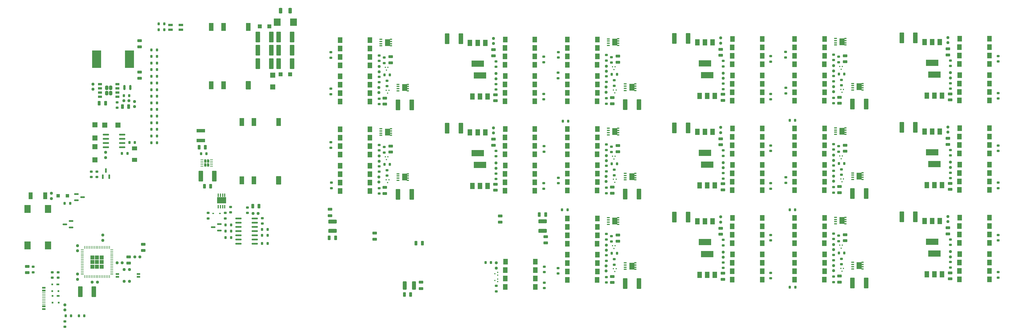
<source format=gtp>
G04 #@! TF.GenerationSoftware,KiCad,Pcbnew,6.0.5*
G04 #@! TF.CreationDate,2022-06-11T02:34:19+02:00*
G04 #@! TF.ProjectId,ELController,454c436f-6e74-4726-9f6c-6c65722e6b69,rev?*
G04 #@! TF.SameCoordinates,Original*
G04 #@! TF.FileFunction,Paste,Top*
G04 #@! TF.FilePolarity,Positive*
%FSLAX46Y46*%
G04 Gerber Fmt 4.6, Leading zero omitted, Abs format (unit mm)*
G04 Created by KiCad (PCBNEW 6.0.5) date 2022-06-11 02:34:19*
%MOMM*%
%LPD*%
G01*
G04 APERTURE LIST*
G04 Aperture macros list*
%AMRoundRect*
0 Rectangle with rounded corners*
0 $1 Rounding radius*
0 $2 $3 $4 $5 $6 $7 $8 $9 X,Y pos of 4 corners*
0 Add a 4 corners polygon primitive as box body*
4,1,4,$2,$3,$4,$5,$6,$7,$8,$9,$2,$3,0*
0 Add four circle primitives for the rounded corners*
1,1,$1+$1,$2,$3*
1,1,$1+$1,$4,$5*
1,1,$1+$1,$6,$7*
1,1,$1+$1,$8,$9*
0 Add four rect primitives between the rounded corners*
20,1,$1+$1,$2,$3,$4,$5,0*
20,1,$1+$1,$4,$5,$6,$7,0*
20,1,$1+$1,$6,$7,$8,$9,0*
20,1,$1+$1,$8,$9,$2,$3,0*%
G04 Aperture macros list end*
%ADD10RoundRect,0.150000X-0.275000X0.200000X-0.275000X-0.200000X0.275000X-0.200000X0.275000X0.200000X0*%
%ADD11R,2.100000X2.200000*%
%ADD12RoundRect,0.200000X-0.450000X0.262500X-0.450000X-0.262500X0.450000X-0.262500X0.450000X0.262500X0*%
%ADD13RoundRect,0.150000X0.275000X-0.200000X0.275000X0.200000X-0.275000X0.200000X-0.275000X-0.200000X0*%
%ADD14RoundRect,0.199999X-0.450001X-1.450001X0.450001X-1.450001X0.450001X1.450001X-0.450001X1.450001X0*%
%ADD15RoundRect,0.150000X0.200000X0.275000X-0.200000X0.275000X-0.200000X-0.275000X0.200000X-0.275000X0*%
%ADD16RoundRect,0.200000X-0.475000X0.250000X-0.475000X-0.250000X0.475000X-0.250000X0.475000X0.250000X0*%
%ADD17RoundRect,0.150000X-0.200000X-0.275000X0.200000X-0.275000X0.200000X0.275000X-0.200000X0.275000X0*%
%ADD18R,1.420000X1.680000*%
%ADD19R,0.300000X0.450000*%
%ADD20R,0.400000X0.450000*%
%ADD21R,1.100000X1.100000*%
%ADD22R,1.200000X1.300000*%
%ADD23RoundRect,0.175000X-0.250000X0.225000X-0.250000X-0.225000X0.250000X-0.225000X0.250000X0.225000X0*%
%ADD24R,1.500000X1.500000*%
%ADD25RoundRect,0.175000X0.250000X-0.225000X0.250000X0.225000X-0.250000X0.225000X-0.250000X-0.225000X0*%
%ADD26R,0.890000X0.305000*%
%ADD27R,1.625000X2.135000*%
%ADD28R,0.660000X0.305000*%
%ADD29RoundRect,0.250000X0.381543X0.381543X-0.381543X0.381543X-0.381543X-0.381543X0.381543X-0.381543X0*%
%ADD30RoundRect,0.000000X0.387500X0.050000X-0.387500X0.050000X-0.387500X-0.050000X0.387500X-0.050000X0*%
%ADD31RoundRect,0.000000X0.050000X0.387500X-0.050000X0.387500X-0.050000X-0.387500X0.050000X-0.387500X0*%
%ADD32RoundRect,0.200000X0.450000X-0.262500X0.450000X0.262500X-0.450000X0.262500X-0.450000X-0.262500X0*%
%ADD33RoundRect,0.200000X0.475000X-0.250000X0.475000X0.250000X-0.475000X0.250000X-0.475000X-0.250000X0*%
%ADD34RoundRect,0.199999X0.450001X1.450001X-0.450001X1.450001X-0.450001X-1.450001X0.450001X-1.450001X0*%
%ADD35R,1.400000X1.900000*%
%ADD36R,3.700000X1.900000*%
%ADD37R,2.800000X5.300000*%
%ADD38RoundRect,0.168750X-0.218750X-0.256250X0.218750X-0.256250X0.218750X0.256250X-0.218750X0.256250X0*%
%ADD39RoundRect,0.200000X0.250000X0.475000X-0.250000X0.475000X-0.250000X-0.475000X0.250000X-0.475000X0*%
%ADD40R,1.450000X2.440000*%
%ADD41RoundRect,0.027500X-0.697500X1.192500X-0.697500X-1.192500X0.697500X-1.192500X0.697500X1.192500X0*%
%ADD42RoundRect,0.200000X-0.250000X-0.475000X0.250000X-0.475000X0.250000X0.475000X-0.250000X0.475000X0*%
%ADD43RoundRect,0.200000X-0.375000X-1.075000X0.375000X-1.075000X0.375000X1.075000X-0.375000X1.075000X0*%
%ADD44RoundRect,0.172500X0.172500X0.332500X-0.172500X0.332500X-0.172500X-0.332500X0.172500X-0.332500X0*%
%ADD45RoundRect,0.012500X0.350000X0.062500X-0.350000X0.062500X-0.350000X-0.062500X0.350000X-0.062500X0*%
%ADD46RoundRect,0.242500X-0.242500X-0.402500X0.242500X-0.402500X0.242500X0.402500X-0.242500X0.402500X0*%
%ADD47R,1.250000X0.650000*%
%ADD48RoundRect,0.100000X-0.587500X-0.150000X0.587500X-0.150000X0.587500X0.150000X-0.587500X0.150000X0*%
%ADD49RoundRect,0.200000X1.075000X-0.375000X1.075000X0.375000X-1.075000X0.375000X-1.075000X-0.375000X0*%
%ADD50R,0.500000X0.350000*%
%ADD51R,0.400000X1.000000*%
%ADD52R,2.750000X1.900000*%
%ADD53R,1.100000X0.500000*%
%ADD54R,1.600000X1.200000*%
%ADD55R,0.900000X0.600000*%
%ADD56R,0.500000X0.600000*%
%ADD57RoundRect,0.175000X-0.225000X-0.250000X0.225000X-0.250000X0.225000X0.250000X-0.225000X0.250000X0*%
%ADD58RoundRect,0.175000X0.225000X0.250000X-0.225000X0.250000X-0.225000X-0.250000X0.225000X-0.250000X0*%
%ADD59R,1.600000X1.600000*%
%ADD60RoundRect,0.100000X-0.825000X-0.150000X0.825000X-0.150000X0.825000X0.150000X-0.825000X0.150000X0*%
%ADD61RoundRect,0.200000X1.100000X-0.325000X1.100000X0.325000X-1.100000X0.325000X-1.100000X-0.325000X0*%
%ADD62R,0.450000X0.300000*%
%ADD63R,0.450000X0.400000*%
%ADD64R,1.900000X2.400000*%
%ADD65RoundRect,0.168750X-0.256250X0.218750X-0.256250X-0.218750X0.256250X-0.218750X0.256250X0.218750X0*%
%ADD66R,1.300000X2.000000*%
%ADD67RoundRect,0.125000X-0.175000X-0.625000X0.175000X-0.625000X0.175000X0.625000X-0.175000X0.625000X0*%
%ADD68RoundRect,0.100000X0.587500X0.150000X-0.587500X0.150000X-0.587500X-0.150000X0.587500X-0.150000X0*%
%ADD69RoundRect,0.200000X0.312500X0.625000X-0.312500X0.625000X-0.312500X-0.625000X0.312500X-0.625000X0*%
%ADD70RoundRect,0.100000X0.840000X0.150000X-0.840000X0.150000X-0.840000X-0.150000X0.840000X-0.150000X0*%
%ADD71RoundRect,0.100000X0.150000X-0.587500X0.150000X0.587500X-0.150000X0.587500X-0.150000X-0.587500X0*%
%ADD72R,1.000000X0.500000*%
%ADD73R,1.000000X0.200000*%
%ADD74R,1.400000X0.800000*%
%ADD75RoundRect,0.200000X-1.075000X0.375000X-1.075000X-0.375000X1.075000X-0.375000X1.075000X0.375000X0*%
G04 APERTURE END LIST*
D10*
X84600000Y-82930000D03*
X84600000Y-84580000D03*
D11*
X89100000Y-23750000D03*
X94000000Y-23750000D03*
D12*
X154880000Y-45660000D03*
X154880000Y-47485000D03*
D13*
X21250000Y-100905489D03*
X21250000Y-99255489D03*
D14*
X208814275Y-28630000D03*
X212914275Y-28630000D03*
D10*
X237800000Y-88000000D03*
X237800000Y-89650000D03*
D15*
X52819760Y-50114991D03*
X51169760Y-50114991D03*
D16*
X44300000Y-94600000D03*
X44300000Y-96500000D03*
D17*
X51169760Y-38089511D03*
X52819760Y-38089511D03*
D10*
X173800000Y-32800000D03*
X173800000Y-34450000D03*
D14*
X277324520Y-55500000D03*
X281424520Y-55500000D03*
D10*
X292000000Y-42175000D03*
X292000000Y-43825000D03*
D18*
X235244755Y-47490000D03*
X235244755Y-44950000D03*
X235244755Y-42410000D03*
X235244755Y-39870000D03*
X226294755Y-39870000D03*
X226234755Y-42410000D03*
X226234755Y-44950000D03*
X226234755Y-47490000D03*
D15*
X55025000Y-26050000D03*
X53375000Y-26050000D03*
D19*
X259450000Y-64100000D03*
X258650000Y-64100000D03*
D20*
X259050000Y-64950000D03*
D18*
X303755000Y-47360000D03*
X303755000Y-44820000D03*
X303755000Y-42280000D03*
X303755000Y-39740000D03*
X294805000Y-39740000D03*
X294745000Y-42280000D03*
X294745000Y-44820000D03*
X294745000Y-47360000D03*
D21*
X23000000Y-76155489D03*
X25800000Y-76155489D03*
D13*
X223489755Y-64105000D03*
X223489755Y-62455000D03*
D22*
X86700000Y-25000000D03*
X83800000Y-25000000D03*
D23*
X256800000Y-90900000D03*
X256800000Y-92450000D03*
D13*
X155095000Y-105015000D03*
X155095000Y-103365000D03*
D14*
X262500000Y-102500000D03*
X266600000Y-102500000D03*
D13*
X105400000Y-73850000D03*
X105400000Y-72200000D03*
D15*
X123030000Y-39660000D03*
X121380000Y-39660000D03*
D24*
X34095000Y-58745000D03*
X34095000Y-54765000D03*
D25*
X292000000Y-40575000D03*
X292000000Y-39025000D03*
D19*
X191240000Y-98205000D03*
X190440000Y-98205000D03*
D20*
X190840000Y-99055000D03*
D18*
X245045000Y-82870000D03*
X245045000Y-85410000D03*
X245045000Y-87950000D03*
X245045000Y-90490000D03*
X253995000Y-90490000D03*
X254055000Y-87950000D03*
X254055000Y-85410000D03*
X254055000Y-82870000D03*
D25*
X223490000Y-94705000D03*
X223490000Y-93155000D03*
D15*
X52819760Y-52114991D03*
X51169760Y-52114991D03*
D26*
X125487500Y-69520000D03*
X125487500Y-70180000D03*
X125487500Y-70840000D03*
X125487500Y-71500000D03*
D27*
X127480000Y-70510000D03*
D28*
X128472500Y-70177500D03*
X128472500Y-71502500D03*
X128472500Y-70842500D03*
X128472500Y-69517500D03*
D26*
X257365000Y-28660000D03*
X257365000Y-29320000D03*
X257365000Y-29980000D03*
X257365000Y-30640000D03*
D27*
X259357500Y-29650000D03*
D28*
X260350000Y-30642500D03*
X260350000Y-29982500D03*
X260350000Y-29317500D03*
X260350000Y-28657500D03*
D18*
X176534755Y-29000000D03*
X176534755Y-31540000D03*
X176534755Y-34080000D03*
X176534755Y-36620000D03*
X185484755Y-36620000D03*
X185544755Y-34080000D03*
X185544755Y-31540000D03*
X185544755Y-29000000D03*
D23*
X188289755Y-64030000D03*
X188289755Y-65580000D03*
D18*
X235244755Y-74490000D03*
X235244755Y-71950000D03*
X235244755Y-69410000D03*
X235244755Y-66870000D03*
X226294755Y-66870000D03*
X226234755Y-69410000D03*
X226234755Y-71950000D03*
X226234755Y-74490000D03*
D29*
X34750000Y-94750000D03*
X36150000Y-96150000D03*
X33350000Y-96150000D03*
X34750000Y-96150000D03*
X36150000Y-97550000D03*
X36150000Y-94750000D03*
X33350000Y-94750000D03*
X34750000Y-97550000D03*
X33350000Y-97550000D03*
D30*
X39162500Y-99900000D03*
X39162500Y-99400000D03*
X39162500Y-98900000D03*
X39162500Y-98400000D03*
X39162500Y-97900000D03*
X39162500Y-97400000D03*
X39162500Y-96900000D03*
X39162500Y-96400000D03*
X39162500Y-95900000D03*
X39162500Y-95400000D03*
X39162500Y-94900000D03*
X39162500Y-94400000D03*
X39162500Y-93900000D03*
X39162500Y-93400000D03*
X39162500Y-92900000D03*
X39162500Y-92400000D03*
D31*
X38500000Y-91737500D03*
X38000000Y-91737500D03*
X37500000Y-91737500D03*
X37000000Y-91737500D03*
X36500000Y-91737500D03*
X36000000Y-91737500D03*
X35500000Y-91737500D03*
X35000000Y-91737500D03*
X34500000Y-91737500D03*
X34000000Y-91737500D03*
X33500000Y-91737500D03*
X33000000Y-91737500D03*
X32500000Y-91737500D03*
X32000000Y-91737500D03*
X31500000Y-91737500D03*
X31000000Y-91737500D03*
D30*
X30337500Y-92400000D03*
X30337500Y-92900000D03*
X30337500Y-93400000D03*
X30337500Y-93900000D03*
X30337500Y-94400000D03*
X30337500Y-94900000D03*
X30337500Y-95400000D03*
X30337500Y-95900000D03*
X30337500Y-96400000D03*
X30337500Y-96900000D03*
X30337500Y-97400000D03*
X30337500Y-97900000D03*
X30337500Y-98400000D03*
X30337500Y-98900000D03*
X30337500Y-99400000D03*
X30337500Y-99900000D03*
D31*
X31000000Y-100562500D03*
X31500000Y-100562500D03*
X32000000Y-100562500D03*
X32500000Y-100562500D03*
X33000000Y-100562500D03*
X33500000Y-100562500D03*
X34000000Y-100562500D03*
X34500000Y-100562500D03*
X35000000Y-100562500D03*
X35500000Y-100562500D03*
X36000000Y-100562500D03*
X36500000Y-100562500D03*
X37000000Y-100562500D03*
X37500000Y-100562500D03*
X38000000Y-100562500D03*
X38500000Y-100562500D03*
D32*
X291250000Y-87650000D03*
X291250000Y-85825000D03*
D10*
X292000000Y-96175000D03*
X292000000Y-97825000D03*
D25*
X291250000Y-83950000D03*
X291250000Y-82400000D03*
D15*
X245200000Y-53400000D03*
X243550000Y-53400000D03*
D13*
X15500000Y-99230489D03*
X15500000Y-97580489D03*
D10*
X256800000Y-94000000D03*
X256800000Y-95650000D03*
D15*
X67750000Y-63500000D03*
X66100000Y-63500000D03*
D18*
X176535000Y-93970000D03*
X176535000Y-96510000D03*
X176535000Y-99050000D03*
X176535000Y-101590000D03*
X185485000Y-101590000D03*
X185545000Y-99050000D03*
X185545000Y-96510000D03*
X185545000Y-93970000D03*
X235245000Y-101490000D03*
X235245000Y-98950000D03*
X235245000Y-96410000D03*
X235245000Y-93870000D03*
X226295000Y-93870000D03*
X226235000Y-96410000D03*
X226235000Y-98950000D03*
X226235000Y-101490000D03*
D23*
X256750000Y-97200000D03*
X256750000Y-98750000D03*
D13*
X75025000Y-81155000D03*
X75025000Y-79505000D03*
D33*
X105000000Y-82150000D03*
X105000000Y-80250000D03*
D23*
X188240000Y-97330000D03*
X188240000Y-98880000D03*
D10*
X119780000Y-67260000D03*
X119780000Y-68910000D03*
D14*
X277324520Y-28500000D03*
X281424520Y-28500000D03*
D34*
X33800000Y-105100000D03*
X29700000Y-105100000D03*
D35*
X147880000Y-46160000D03*
D36*
X150180000Y-39860000D03*
D35*
X150180000Y-46160000D03*
X152480000Y-46160000D03*
D34*
X87300000Y-32250000D03*
X83200000Y-32250000D03*
D37*
X34650000Y-34950000D03*
X44550000Y-34950000D03*
D26*
X193997255Y-69390000D03*
X193997255Y-70050000D03*
X193997255Y-70710000D03*
X193997255Y-71370000D03*
D28*
X196982255Y-71372500D03*
X196982255Y-70712500D03*
X196982255Y-69387500D03*
X196982255Y-70047500D03*
D27*
X195989755Y-70380000D03*
D38*
X46100000Y-94600000D03*
X47675000Y-94600000D03*
D25*
X222740000Y-84080000D03*
X222740000Y-82530000D03*
D10*
X223489755Y-42305000D03*
X223489755Y-43955000D03*
D26*
X120345000Y-55920000D03*
X120345000Y-56580000D03*
X120345000Y-57240000D03*
X120345000Y-57900000D03*
D28*
X123330000Y-56577500D03*
X123330000Y-57902500D03*
D27*
X122337500Y-56910000D03*
D28*
X123330000Y-55917500D03*
X123330000Y-57242500D03*
D15*
X52819760Y-32114991D03*
X51169760Y-32114991D03*
D10*
X105250000Y-43850000D03*
X105250000Y-45500000D03*
D18*
X245045000Y-93840000D03*
X245045000Y-96380000D03*
X245045000Y-98920000D03*
X245045000Y-101460000D03*
X253995000Y-101460000D03*
X254055000Y-98920000D03*
X254055000Y-96380000D03*
X254055000Y-93840000D03*
D16*
X156300000Y-82250000D03*
X156300000Y-84150000D03*
D15*
X245250000Y-103800000D03*
X243600000Y-103800000D03*
D35*
X216389755Y-46030000D03*
X218689755Y-46030000D03*
D36*
X218689755Y-39730000D03*
D35*
X220989755Y-46030000D03*
D39*
X83600000Y-79330000D03*
X81700000Y-79330000D03*
D15*
X52819760Y-60114991D03*
X51169760Y-60114991D03*
D39*
X106670000Y-88840000D03*
X104770000Y-88840000D03*
D35*
X147880000Y-73160000D03*
X150180000Y-73160000D03*
D36*
X150180000Y-66860000D03*
D35*
X152480000Y-73160000D03*
D10*
X237800000Y-45400000D03*
X237800000Y-47050000D03*
X237800000Y-99400000D03*
X237800000Y-101050000D03*
D19*
X122730000Y-71335000D03*
X121930000Y-71335000D03*
D20*
X122330000Y-72185000D03*
D40*
X89500000Y-53850000D03*
X82080000Y-53850000D03*
X78370000Y-53850000D03*
X78370000Y-71500000D03*
X82080000Y-71500000D03*
D41*
X89500000Y-71500000D03*
D13*
X119780000Y-62460000D03*
X119780000Y-60810000D03*
D35*
X284900000Y-45900000D03*
D36*
X287200000Y-39600000D03*
D35*
X287200000Y-45900000D03*
X289500000Y-45900000D03*
D13*
X154980000Y-37235000D03*
X154980000Y-35585000D03*
D17*
X51169760Y-48114991D03*
X52819760Y-48114991D03*
D13*
X256800000Y-48225000D03*
X256800000Y-46575000D03*
D32*
X123280000Y-62985000D03*
X123280000Y-61160000D03*
D10*
X169400000Y-34175000D03*
X169400000Y-35825000D03*
D15*
X176800000Y-53600000D03*
X175150000Y-53600000D03*
D42*
X67100000Y-73250000D03*
X69000000Y-73250000D03*
D43*
X127475000Y-103225000D03*
X130275000Y-103225000D03*
D15*
X52819760Y-44114991D03*
X51169760Y-44114991D03*
D10*
X40800000Y-47950000D03*
X40800000Y-49600000D03*
D18*
X303755000Y-101360000D03*
X303755000Y-98820000D03*
X303755000Y-96280000D03*
X303755000Y-93740000D03*
X294805000Y-93740000D03*
X294745000Y-96280000D03*
X294745000Y-98820000D03*
X294745000Y-101360000D03*
X176535000Y-83000000D03*
X176535000Y-85540000D03*
X176535000Y-88080000D03*
X176535000Y-90620000D03*
X185485000Y-90620000D03*
X185545000Y-88080000D03*
X185545000Y-85540000D03*
X185545000Y-83000000D03*
D15*
X191539755Y-66530000D03*
X189889755Y-66530000D03*
X191539755Y-39530000D03*
X189889755Y-39530000D03*
D10*
X242300000Y-32750000D03*
X242300000Y-34400000D03*
D44*
X67400000Y-65625000D03*
X67400000Y-66875000D03*
X68250000Y-65625000D03*
X68250000Y-66875000D03*
D45*
X69287500Y-67250000D03*
X69287500Y-66750000D03*
X69287500Y-66250000D03*
X69287500Y-65750000D03*
X69287500Y-65250000D03*
X66362500Y-65250000D03*
X66362500Y-65750000D03*
X66362500Y-66250000D03*
X66362500Y-66750000D03*
X66362500Y-67250000D03*
D40*
X80315000Y-25175000D03*
X72895000Y-25175000D03*
X69185000Y-25175000D03*
X69185000Y-42825000D03*
X72895000Y-42825000D03*
D41*
X80315000Y-42825000D03*
D23*
X188290000Y-91030000D03*
X188290000Y-92580000D03*
D46*
X38900000Y-43600000D03*
X37700000Y-45200000D03*
X38900000Y-45200000D03*
X37700000Y-43600000D03*
D47*
X35675000Y-42495000D03*
X35675000Y-43765000D03*
X35675000Y-45035000D03*
X35675000Y-46305000D03*
X40925000Y-46305000D03*
X40925000Y-45035000D03*
X40925000Y-43765000D03*
X40925000Y-42495000D03*
D12*
X291900000Y-99400000D03*
X291900000Y-101225000D03*
X190040000Y-100530000D03*
X190040000Y-102355000D03*
D13*
X119780000Y-48485000D03*
X119780000Y-46835000D03*
D10*
X306400000Y-45150000D03*
X306400000Y-46800000D03*
D48*
X28500000Y-75655489D03*
X28500000Y-77555489D03*
X30375000Y-76605489D03*
D18*
X235245000Y-90490000D03*
X235245000Y-87950000D03*
X235245000Y-85410000D03*
X235245000Y-82870000D03*
X226295000Y-82870000D03*
X226235000Y-85410000D03*
X226235000Y-87950000D03*
X226235000Y-90490000D03*
D49*
X169050000Y-86700000D03*
X169050000Y-83900000D03*
D12*
X223390000Y-99530000D03*
X223390000Y-101355000D03*
D35*
X220290000Y-83867500D03*
X217990000Y-83867500D03*
D36*
X217990000Y-90167500D03*
D35*
X215690000Y-83867500D03*
D15*
X260050000Y-66400000D03*
X258400000Y-66400000D03*
D12*
X291900000Y-45400000D03*
X291900000Y-47225000D03*
D10*
X292000000Y-69175000D03*
X292000000Y-70825000D03*
D50*
X69725000Y-81475000D03*
X71825000Y-81475000D03*
D51*
X71300000Y-79425000D03*
X71950000Y-79425000D03*
X72600000Y-79425000D03*
X73250000Y-79425000D03*
X73250000Y-76025000D03*
X71300000Y-76025000D03*
X72600000Y-76025000D03*
X71950000Y-76025000D03*
D52*
X72275000Y-77500000D03*
D35*
X288800000Y-56737500D03*
D36*
X286500000Y-63037500D03*
D35*
X286500000Y-56737500D03*
X284200000Y-56737500D03*
D18*
X166735000Y-74620000D03*
X166735000Y-72080000D03*
X166735000Y-69540000D03*
X166735000Y-67000000D03*
X157785000Y-67000000D03*
X157725000Y-69540000D03*
X157725000Y-72080000D03*
X157725000Y-74620000D03*
D24*
X34095000Y-61355000D03*
X34095000Y-65335000D03*
D32*
X222740000Y-87780000D03*
X222740000Y-85955000D03*
X260300000Y-62725000D03*
X260300000Y-60900000D03*
X291250000Y-60650000D03*
X291250000Y-58825000D03*
D12*
X258550000Y-46400000D03*
X258550000Y-48225000D03*
D53*
X40900000Y-100650000D03*
X47200000Y-100650000D03*
X47200000Y-99750000D03*
X40900000Y-99750000D03*
D54*
X46095000Y-65345000D03*
X46095000Y-61845000D03*
D39*
X44300000Y-49200000D03*
X42400000Y-49200000D03*
D14*
X140304520Y-55760000D03*
X144404520Y-55760000D03*
D19*
X122430000Y-37360000D03*
X121630000Y-37360000D03*
D20*
X122030000Y-38210000D03*
D17*
X51169760Y-40089511D03*
X52819760Y-40089511D03*
D35*
X151780000Y-56997500D03*
X149480000Y-56997500D03*
D36*
X149480000Y-63297500D03*
D35*
X147180000Y-56997500D03*
D25*
X154230000Y-30210000D03*
X154230000Y-28660000D03*
D10*
X188290000Y-94130000D03*
X188290000Y-95780000D03*
D19*
X259450000Y-91100000D03*
X258650000Y-91100000D03*
D20*
X259050000Y-91950000D03*
D14*
X193989755Y-48630000D03*
X198089755Y-48630000D03*
D10*
X105250000Y-60000000D03*
X105250000Y-61650000D03*
D32*
X191789755Y-62855000D03*
X191789755Y-61030000D03*
D18*
X166850000Y-103690000D03*
X166850000Y-101150000D03*
X166850000Y-98610000D03*
X166850000Y-96070000D03*
X157900000Y-96070000D03*
X157840000Y-98610000D03*
X157840000Y-101150000D03*
X157840000Y-103690000D03*
D10*
X188289755Y-40130000D03*
X188289755Y-41780000D03*
X256800000Y-67000000D03*
X256800000Y-68650000D03*
X122130000Y-68435000D03*
X122130000Y-70085000D03*
D13*
X188290000Y-102355000D03*
X188290000Y-100705000D03*
D19*
X190939755Y-64230000D03*
X190139755Y-64230000D03*
D20*
X190539755Y-65080000D03*
D14*
X262500000Y-75500000D03*
X266600000Y-75500000D03*
D34*
X87300000Y-28250000D03*
X83200000Y-28250000D03*
D10*
X119780000Y-40260000D03*
X119780000Y-41910000D03*
D17*
X51169760Y-36114991D03*
X52819760Y-36114991D03*
D10*
X258350000Y-34200000D03*
X258350000Y-35850000D03*
D42*
X35400000Y-48200000D03*
X37300000Y-48200000D03*
D22*
X90050000Y-39500000D03*
X92950000Y-39500000D03*
D55*
X23000000Y-106405489D03*
D56*
X21300000Y-106405489D03*
X21300000Y-108405489D03*
X23200000Y-108405489D03*
D13*
X80100000Y-81330000D03*
X80100000Y-79680000D03*
D32*
X123280000Y-35985000D03*
X123280000Y-34160000D03*
D18*
X245045000Y-55870000D03*
X245045000Y-58410000D03*
X245045000Y-60950000D03*
X245045000Y-63490000D03*
X253995000Y-63490000D03*
X254055000Y-60950000D03*
X254055000Y-58410000D03*
X254055000Y-55870000D03*
D25*
X292000000Y-94575000D03*
X292000000Y-93025000D03*
D19*
X191239755Y-71205000D03*
X190439755Y-71205000D03*
D20*
X190839755Y-72055000D03*
D10*
X258350000Y-61200000D03*
X258350000Y-62850000D03*
D17*
X25275000Y-112400000D03*
X26925000Y-112400000D03*
D23*
X188239755Y-70330000D03*
X188239755Y-71880000D03*
D57*
X42950000Y-98400000D03*
X44500000Y-98400000D03*
D15*
X75175000Y-86830000D03*
X73525000Y-86830000D03*
D16*
X132375000Y-102275000D03*
X132375000Y-104175000D03*
D10*
X173750000Y-98000000D03*
X173750000Y-99650000D03*
D58*
X44350000Y-47450000D03*
X42800000Y-47450000D03*
D14*
X208814520Y-82630000D03*
X212914520Y-82630000D03*
D42*
X168100000Y-81800000D03*
X170000000Y-81800000D03*
D35*
X288800000Y-29737500D03*
X286500000Y-29737500D03*
D36*
X286500000Y-36037500D03*
D35*
X284200000Y-29737500D03*
D13*
X188289755Y-75355000D03*
X188289755Y-73705000D03*
D15*
X44450000Y-45950000D03*
X42800000Y-45950000D03*
D10*
X256800000Y-40000000D03*
X256800000Y-41650000D03*
X306400000Y-33975000D03*
X306400000Y-35625000D03*
D25*
X222739755Y-57080000D03*
X222739755Y-55530000D03*
D10*
X189839755Y-61330000D03*
X189839755Y-62980000D03*
D12*
X121530000Y-73660000D03*
X121530000Y-75485000D03*
D18*
X176534755Y-39970000D03*
X176534755Y-42510000D03*
X176534755Y-45050000D03*
X176534755Y-47590000D03*
X185484755Y-47590000D03*
X185544755Y-45050000D03*
X185544755Y-42510000D03*
X185544755Y-39970000D03*
D25*
X28850000Y-92750000D03*
X28850000Y-91200000D03*
D32*
X154230000Y-60910000D03*
X154230000Y-59085000D03*
D42*
X127400000Y-106000000D03*
X129300000Y-106000000D03*
D10*
X68275000Y-81325000D03*
X68275000Y-82975000D03*
D26*
X257365000Y-82660000D03*
X257365000Y-83320000D03*
X257365000Y-83980000D03*
X257365000Y-84640000D03*
D28*
X260350000Y-83982500D03*
X260350000Y-82657500D03*
X260350000Y-84642500D03*
D27*
X259357500Y-83650000D03*
D28*
X260350000Y-83317500D03*
D18*
X303755000Y-90360000D03*
X303755000Y-87820000D03*
X303755000Y-85280000D03*
X303755000Y-82740000D03*
X294805000Y-82740000D03*
X294745000Y-85280000D03*
X294745000Y-87820000D03*
X294745000Y-90360000D03*
D26*
X120345000Y-28920000D03*
X120345000Y-29580000D03*
X120345000Y-30240000D03*
X120345000Y-30900000D03*
D28*
X123330000Y-30902500D03*
D27*
X122337500Y-29910000D03*
D28*
X123330000Y-30242500D03*
X123330000Y-29577500D03*
X123330000Y-28917500D03*
D13*
X256800000Y-35200000D03*
X256800000Y-33550000D03*
D15*
X260050000Y-93400000D03*
X258400000Y-93400000D03*
D14*
X89450000Y-32250000D03*
X93550000Y-32250000D03*
D25*
X222739755Y-30080000D03*
X222739755Y-28530000D03*
D13*
X23000000Y-100905489D03*
X23000000Y-99255489D03*
D59*
X87750000Y-39710000D03*
X87750000Y-43290000D03*
D16*
X47550000Y-38800000D03*
X47550000Y-40700000D03*
D32*
X291250000Y-33650000D03*
X291250000Y-31825000D03*
D17*
X53375000Y-24300000D03*
X55025000Y-24300000D03*
D55*
X22950000Y-102905489D03*
D56*
X21250000Y-102905489D03*
X21250000Y-104905489D03*
X23150000Y-104905489D03*
D13*
X292000000Y-63975000D03*
X292000000Y-62325000D03*
D35*
X216389755Y-73030000D03*
X218689755Y-73030000D03*
D36*
X218689755Y-66730000D03*
D35*
X220989755Y-73030000D03*
D10*
X237800000Y-61000000D03*
X237800000Y-62650000D03*
X121330000Y-34460000D03*
X121330000Y-36110000D03*
X190640000Y-95305000D03*
X190640000Y-96955000D03*
D14*
X125480000Y-75760000D03*
X129580000Y-75760000D03*
D13*
X169600000Y-99200000D03*
X169600000Y-97550000D03*
D12*
X223389755Y-45530000D03*
X223389755Y-47355000D03*
D60*
X77375000Y-83020000D03*
X77375000Y-84290000D03*
X77375000Y-85560000D03*
X77375000Y-86830000D03*
X77375000Y-88100000D03*
X77375000Y-89370000D03*
X77375000Y-90640000D03*
X82325000Y-90640000D03*
X82325000Y-89370000D03*
X82325000Y-88100000D03*
X82325000Y-86830000D03*
X82325000Y-85560000D03*
X82325000Y-84290000D03*
X82325000Y-83020000D03*
D10*
X237800000Y-34000000D03*
X237800000Y-35650000D03*
D12*
X258550000Y-73400000D03*
X258550000Y-75225000D03*
D13*
X188289755Y-62330000D03*
X188289755Y-60680000D03*
X292000000Y-36975000D03*
X292000000Y-35325000D03*
D14*
X140304520Y-28760000D03*
X144404520Y-28760000D03*
D35*
X284900000Y-99900000D03*
D36*
X287200000Y-93600000D03*
D35*
X287200000Y-99900000D03*
X289500000Y-99900000D03*
D61*
X66000000Y-59500000D03*
X66000000Y-56550000D03*
D10*
X169400000Y-72375000D03*
X169400000Y-74025000D03*
D12*
X291900000Y-72400000D03*
X291900000Y-74225000D03*
D10*
X259150000Y-68175000D03*
X259150000Y-69825000D03*
D26*
X193997500Y-96390000D03*
X193997500Y-97050000D03*
X193997500Y-97710000D03*
X193997500Y-98370000D03*
D28*
X196982500Y-98372500D03*
X196982500Y-97047500D03*
D27*
X195990000Y-97380000D03*
D28*
X196982500Y-97712500D03*
X196982500Y-96387500D03*
D62*
X155520000Y-102090000D03*
X155520000Y-101290000D03*
D63*
X154670000Y-101690000D03*
D25*
X154980000Y-40835000D03*
X154980000Y-39285000D03*
D10*
X105250000Y-32850000D03*
X105250000Y-34500000D03*
D64*
X20000000Y-80155489D03*
X13800000Y-80155489D03*
X13800000Y-91155489D03*
X20000000Y-91155489D03*
D13*
X223489755Y-37105000D03*
X223489755Y-35455000D03*
D32*
X222739755Y-33780000D03*
X222739755Y-31955000D03*
X191789755Y-35855000D03*
X191789755Y-34030000D03*
D25*
X155095000Y-97965000D03*
X155095000Y-96415000D03*
D14*
X208814275Y-55630000D03*
X212914275Y-55630000D03*
D15*
X245200000Y-80400000D03*
X243550000Y-80400000D03*
D19*
X122730000Y-44335000D03*
X121930000Y-44335000D03*
D20*
X122330000Y-45185000D03*
D23*
X119730000Y-70460000D03*
X119730000Y-72010000D03*
D10*
X189840000Y-88330000D03*
X189840000Y-89980000D03*
D15*
X75175000Y-85005000D03*
X73525000Y-85005000D03*
D18*
X108025000Y-29130000D03*
X108025000Y-31670000D03*
X108025000Y-34210000D03*
X108025000Y-36750000D03*
X116975000Y-36750000D03*
X117035000Y-34210000D03*
X117035000Y-31670000D03*
X117035000Y-29130000D03*
D23*
X188239755Y-43330000D03*
X188239755Y-44880000D03*
D65*
X46050000Y-47700000D03*
X46050000Y-49275000D03*
D35*
X216390000Y-100030000D03*
X218690000Y-100030000D03*
D36*
X218690000Y-93730000D03*
D35*
X220990000Y-100030000D03*
D13*
X256800000Y-102225000D03*
X256800000Y-100575000D03*
X154980000Y-64235000D03*
X154980000Y-62585000D03*
D33*
X48700000Y-92700000D03*
X48700000Y-90800000D03*
D32*
X191790000Y-89855000D03*
X191790000Y-88030000D03*
D17*
X42270000Y-63345000D03*
X43920000Y-63345000D03*
D35*
X220289755Y-29867500D03*
D36*
X217989755Y-36167500D03*
D35*
X217989755Y-29867500D03*
X215689755Y-29867500D03*
D14*
X277324520Y-82500000D03*
X281424520Y-82500000D03*
D17*
X84525000Y-90580000D03*
X86175000Y-90580000D03*
D12*
X223389755Y-72530000D03*
X223389755Y-74355000D03*
D32*
X260300000Y-89725000D03*
X260300000Y-87900000D03*
D18*
X235244755Y-63490000D03*
X235244755Y-60950000D03*
X235244755Y-58410000D03*
X235244755Y-55870000D03*
X226294755Y-55870000D03*
X226234755Y-58410000D03*
X226234755Y-60950000D03*
X226234755Y-63490000D03*
D16*
X170000000Y-88500000D03*
X170000000Y-90400000D03*
D23*
X188289755Y-37030000D03*
X188289755Y-38580000D03*
D10*
X169480000Y-61200000D03*
X169480000Y-62850000D03*
X34750000Y-68850000D03*
X34750000Y-70500000D03*
D19*
X190939755Y-37230000D03*
X190139755Y-37230000D03*
D20*
X190539755Y-38080000D03*
D10*
X121330000Y-61460000D03*
X121330000Y-63110000D03*
D33*
X118470000Y-89290000D03*
X118470000Y-87390000D03*
D26*
X188854755Y-55790000D03*
X188854755Y-56450000D03*
X188854755Y-57110000D03*
X188854755Y-57770000D03*
D28*
X191839755Y-55787500D03*
D27*
X190847255Y-56780000D03*
D28*
X191839755Y-57112500D03*
X191839755Y-57772500D03*
X191839755Y-56447500D03*
D14*
X89450000Y-28250000D03*
X93550000Y-28250000D03*
D18*
X108025000Y-67100000D03*
X108025000Y-69640000D03*
X108025000Y-72180000D03*
X108025000Y-74720000D03*
X116975000Y-74720000D03*
X117035000Y-72180000D03*
X117035000Y-69640000D03*
X117035000Y-67100000D03*
D12*
X154880000Y-72660000D03*
X154880000Y-74485000D03*
D23*
X37345000Y-63070000D03*
X37345000Y-64620000D03*
D17*
X84525000Y-86330000D03*
X86175000Y-86330000D03*
D26*
X193997255Y-42390000D03*
X193997255Y-43050000D03*
X193997255Y-43710000D03*
X193997255Y-44370000D03*
D28*
X196982255Y-43047500D03*
D27*
X195989755Y-43380000D03*
D28*
X196982255Y-44372500D03*
X196982255Y-43712500D03*
X196982255Y-42387500D03*
D23*
X119780000Y-64160000D03*
X119780000Y-65710000D03*
D18*
X108025000Y-56130000D03*
X108025000Y-58670000D03*
X108025000Y-61210000D03*
X108025000Y-63750000D03*
X116975000Y-63750000D03*
X117035000Y-61210000D03*
X117035000Y-58670000D03*
X117035000Y-56130000D03*
D19*
X259750000Y-44075000D03*
X258950000Y-44075000D03*
D20*
X259350000Y-44925000D03*
D15*
X75175000Y-88755000D03*
X73525000Y-88755000D03*
D32*
X260300000Y-35725000D03*
X260300000Y-33900000D03*
D18*
X303755000Y-36360000D03*
X303755000Y-33820000D03*
X303755000Y-31280000D03*
X303755000Y-28740000D03*
X294805000Y-28740000D03*
X294745000Y-31280000D03*
X294745000Y-33820000D03*
X294745000Y-36360000D03*
D25*
X154230000Y-57210000D03*
X154230000Y-55660000D03*
D10*
X259150000Y-41175000D03*
X259150000Y-42825000D03*
D66*
X19150000Y-76155489D03*
X14750000Y-76155489D03*
D10*
X190639755Y-68305000D03*
X190639755Y-69955000D03*
D35*
X284900000Y-72900000D03*
X287200000Y-72900000D03*
D36*
X287200000Y-66600000D03*
D35*
X289500000Y-72900000D03*
X151780000Y-29997500D03*
D36*
X149480000Y-36297500D03*
D35*
X149480000Y-29997500D03*
X147180000Y-29997500D03*
D12*
X190039755Y-73530000D03*
X190039755Y-75355000D03*
D14*
X125480000Y-48760000D03*
X129580000Y-48760000D03*
D26*
X262507500Y-69260000D03*
X262507500Y-69920000D03*
X262507500Y-70580000D03*
X262507500Y-71240000D03*
D28*
X265492500Y-69917500D03*
D27*
X264500000Y-70250000D03*
D28*
X265492500Y-71242500D03*
X265492500Y-69257500D03*
X265492500Y-70582500D03*
D13*
X256800000Y-62200000D03*
X256800000Y-60550000D03*
D25*
X25100000Y-110650000D03*
X25100000Y-109100000D03*
D18*
X303755000Y-74360000D03*
X303755000Y-71820000D03*
X303755000Y-69280000D03*
X303755000Y-66740000D03*
X294805000Y-66740000D03*
X294745000Y-69280000D03*
X294745000Y-71820000D03*
X294745000Y-74360000D03*
X176534755Y-66970000D03*
X176534755Y-69510000D03*
X176534755Y-72050000D03*
X176534755Y-74590000D03*
X185484755Y-74590000D03*
X185544755Y-72050000D03*
X185544755Y-69510000D03*
X185544755Y-66970000D03*
X245045000Y-39840000D03*
X245045000Y-42380000D03*
X245045000Y-44920000D03*
X245045000Y-47460000D03*
X253995000Y-47460000D03*
X254055000Y-44920000D03*
X254055000Y-42380000D03*
X254055000Y-39840000D03*
D17*
X84525000Y-88080000D03*
X86175000Y-88080000D03*
D25*
X291250000Y-56950000D03*
X291250000Y-55400000D03*
D33*
X47550000Y-31200000D03*
X47550000Y-29300000D03*
D10*
X306400000Y-72200000D03*
X306400000Y-73850000D03*
D18*
X166735000Y-47620000D03*
X166735000Y-45080000D03*
X166735000Y-42540000D03*
X166735000Y-40000000D03*
X157785000Y-40000000D03*
X157725000Y-42540000D03*
X157725000Y-45080000D03*
X157725000Y-47620000D03*
D42*
X65500000Y-61500000D03*
X67400000Y-61500000D03*
D67*
X43000000Y-43450000D03*
X44800000Y-43450000D03*
D18*
X245045000Y-66840000D03*
X245045000Y-69380000D03*
X245045000Y-71920000D03*
X245045000Y-74460000D03*
X253995000Y-74460000D03*
X254055000Y-71920000D03*
X254055000Y-69380000D03*
X254055000Y-66840000D03*
D26*
X188854755Y-28790000D03*
X188854755Y-29450000D03*
X188854755Y-30110000D03*
X188854755Y-30770000D03*
D28*
X191839755Y-29447500D03*
D27*
X190847255Y-29780000D03*
D28*
X191839755Y-28787500D03*
X191839755Y-30772500D03*
X191839755Y-30112500D03*
D39*
X132825000Y-90475000D03*
X130925000Y-90475000D03*
D10*
X258350000Y-88200000D03*
X258350000Y-89850000D03*
X306400000Y-88000000D03*
X306400000Y-89650000D03*
D35*
X288800000Y-83737500D03*
X286500000Y-83737500D03*
D36*
X286500000Y-90037500D03*
D35*
X284200000Y-83737500D03*
D17*
X44520000Y-60095000D03*
X46170000Y-60095000D03*
X51169760Y-34114991D03*
X52819760Y-34114991D03*
D13*
X25100000Y-115725000D03*
X25100000Y-114075000D03*
D25*
X36500000Y-89600000D03*
X36500000Y-88050000D03*
D14*
X89450000Y-36250000D03*
X93550000Y-36250000D03*
D26*
X262507500Y-96260000D03*
X262507500Y-96920000D03*
X262507500Y-97580000D03*
X262507500Y-98240000D03*
D28*
X265492500Y-97582500D03*
D27*
X264500000Y-97250000D03*
D28*
X265492500Y-96917500D03*
X265492500Y-96257500D03*
X265492500Y-98242500D03*
D15*
X52819760Y-42114991D03*
X51169760Y-42114991D03*
D13*
X292000000Y-90975000D03*
X292000000Y-89325000D03*
D24*
X41095000Y-54845000D03*
X37115000Y-54845000D03*
D23*
X256800000Y-36900000D03*
X256800000Y-38450000D03*
D25*
X291250000Y-29950000D03*
X291250000Y-28400000D03*
D19*
X259450000Y-37100000D03*
X258650000Y-37100000D03*
D20*
X259050000Y-37950000D03*
D10*
X154980000Y-42435000D03*
X154980000Y-44085000D03*
D15*
X52819760Y-46114991D03*
X51169760Y-46114991D03*
D12*
X121530000Y-46660000D03*
X121530000Y-48485000D03*
D23*
X119780000Y-37160000D03*
X119780000Y-38710000D03*
D18*
X166735000Y-63620000D03*
X166735000Y-61080000D03*
X166735000Y-58540000D03*
X166735000Y-56000000D03*
X157785000Y-56000000D03*
X157725000Y-58540000D03*
X157725000Y-61080000D03*
X157725000Y-63620000D03*
D10*
X306400000Y-99200000D03*
X306400000Y-100850000D03*
D15*
X52819760Y-54114991D03*
X51169760Y-54114991D03*
D10*
X173750000Y-39000000D03*
X173750000Y-40650000D03*
D19*
X190940000Y-91230000D03*
X190140000Y-91230000D03*
D20*
X190540000Y-92080000D03*
D13*
X223490000Y-91105000D03*
X223490000Y-89455000D03*
D26*
X188855000Y-82790000D03*
X188855000Y-83450000D03*
X188855000Y-84110000D03*
X188855000Y-84770000D03*
D28*
X191840000Y-84772500D03*
D27*
X190847500Y-83780000D03*
D28*
X191840000Y-82787500D03*
X191840000Y-83447500D03*
X191840000Y-84112500D03*
D23*
X256750000Y-43200000D03*
X256750000Y-44750000D03*
D18*
X235244755Y-36490000D03*
X235244755Y-33950000D03*
X235244755Y-31410000D03*
X235244755Y-28870000D03*
X226294755Y-28870000D03*
X226234755Y-31410000D03*
X226234755Y-33950000D03*
X226234755Y-36490000D03*
D25*
X223489755Y-40705000D03*
X223489755Y-39155000D03*
D10*
X190639755Y-41305000D03*
X190639755Y-42955000D03*
D68*
X71600000Y-86625000D03*
X71600000Y-84725000D03*
X69725000Y-85675000D03*
D25*
X223489755Y-67705000D03*
X223489755Y-66155000D03*
D15*
X52819760Y-56114991D03*
X51169760Y-56114991D03*
D32*
X222739755Y-60780000D03*
X222739755Y-58955000D03*
D10*
X169600000Y-102375000D03*
X169600000Y-104025000D03*
X169400000Y-45400000D03*
X169400000Y-47050000D03*
D23*
X33550000Y-42425000D03*
X33550000Y-43975000D03*
D10*
X242400000Y-43600000D03*
X242400000Y-45250000D03*
D17*
X25000000Y-78405489D03*
X26650000Y-78405489D03*
D15*
X176600000Y-80400000D03*
X174950000Y-80400000D03*
D69*
X93000000Y-20250000D03*
X90075000Y-20250000D03*
D10*
X188289755Y-67130000D03*
X188289755Y-68780000D03*
D35*
X220289755Y-56867500D03*
X217989755Y-56867500D03*
D36*
X217989755Y-63167500D03*
D35*
X215689755Y-56867500D03*
D10*
X154980000Y-69435000D03*
X154980000Y-71085000D03*
X189839755Y-34330000D03*
X189839755Y-35980000D03*
X122130000Y-41435000D03*
X122130000Y-43085000D03*
D70*
X42310000Y-61500000D03*
X42310000Y-60230000D03*
X42310000Y-58960000D03*
X42310000Y-57690000D03*
X37380000Y-57690000D03*
X37380000Y-58960000D03*
X37380000Y-60230000D03*
X37380000Y-61500000D03*
D17*
X51169760Y-58114991D03*
X52819760Y-58114991D03*
D62*
X155520000Y-100090000D03*
X155520000Y-99290000D03*
D63*
X154670000Y-99690000D03*
D13*
X188289755Y-35330000D03*
X188289755Y-33680000D03*
X188290000Y-89330000D03*
X188290000Y-87680000D03*
X119780000Y-75485000D03*
X119780000Y-73835000D03*
X119780000Y-35460000D03*
X119780000Y-33810000D03*
D18*
X166735000Y-36620000D03*
X166735000Y-34080000D03*
X166735000Y-31540000D03*
X166735000Y-29000000D03*
X157785000Y-29000000D03*
X157725000Y-31540000D03*
X157725000Y-34080000D03*
X157725000Y-36620000D03*
D26*
X257365000Y-55660000D03*
X257365000Y-56320000D03*
X257365000Y-56980000D03*
X257365000Y-57640000D03*
D28*
X260350000Y-56982500D03*
X260350000Y-57642500D03*
D27*
X259357500Y-56650000D03*
D28*
X260350000Y-55657500D03*
X260350000Y-56317500D03*
D23*
X256800000Y-63900000D03*
X256800000Y-65450000D03*
X256750000Y-70200000D03*
X256750000Y-71750000D03*
D65*
X21000000Y-75405489D03*
X21000000Y-76980489D03*
D58*
X83350000Y-81475000D03*
X81800000Y-81475000D03*
D19*
X259750000Y-71075000D03*
X258950000Y-71075000D03*
D20*
X259350000Y-71925000D03*
D15*
X260050000Y-39400000D03*
X258400000Y-39400000D03*
D10*
X306400000Y-61000000D03*
X306400000Y-62650000D03*
D15*
X123030000Y-66660000D03*
X121380000Y-66660000D03*
D71*
X36500000Y-70375000D03*
X38400000Y-70375000D03*
X37450000Y-68500000D03*
D10*
X237800000Y-72350000D03*
X237800000Y-74000000D03*
D58*
X34850000Y-102200000D03*
X33300000Y-102200000D03*
D72*
X18750000Y-103955489D03*
X18750000Y-104755489D03*
D73*
X18750000Y-105905489D03*
X18750000Y-106905489D03*
X18750000Y-107405489D03*
X18750000Y-108405489D03*
D72*
X18750000Y-109555489D03*
X18750000Y-110355489D03*
X18750000Y-110355489D03*
X18750000Y-109555489D03*
D73*
X18750000Y-108905489D03*
X18750000Y-107905489D03*
X18750000Y-106405489D03*
X18750000Y-105405489D03*
D72*
X18750000Y-104755489D03*
X18750000Y-103955489D03*
D12*
X190039755Y-46530000D03*
X190039755Y-48355000D03*
D25*
X28850000Y-101350000D03*
X28850000Y-99800000D03*
D13*
X256800000Y-75225000D03*
X256800000Y-73575000D03*
D74*
X60000000Y-24600000D03*
X60000000Y-26000000D03*
X56900000Y-24600000D03*
X56900000Y-26000000D03*
D10*
X242400000Y-70600000D03*
X242400000Y-72250000D03*
D19*
X122430000Y-64360000D03*
X121630000Y-64360000D03*
D20*
X122030000Y-65210000D03*
D13*
X33000000Y-70500000D03*
X33000000Y-68850000D03*
X188289755Y-48355000D03*
X188289755Y-46705000D03*
D19*
X259750000Y-98075000D03*
X258950000Y-98075000D03*
D20*
X259350000Y-98925000D03*
D18*
X303755000Y-63360000D03*
X303755000Y-60820000D03*
X303755000Y-58280000D03*
X303755000Y-55740000D03*
X294805000Y-55740000D03*
X294745000Y-58280000D03*
X294745000Y-60820000D03*
X294745000Y-63360000D03*
X245045000Y-28870000D03*
X245045000Y-31410000D03*
X245045000Y-33950000D03*
X245045000Y-36490000D03*
X253995000Y-36490000D03*
X254055000Y-33950000D03*
X254055000Y-31410000D03*
X254055000Y-28870000D03*
D25*
X154980000Y-67835000D03*
X154980000Y-66285000D03*
D10*
X173800000Y-70725000D03*
X173800000Y-72375000D03*
D34*
X87300000Y-36250000D03*
X83200000Y-36250000D03*
D18*
X108025000Y-40100000D03*
X108025000Y-42640000D03*
X108025000Y-45180000D03*
X108025000Y-47720000D03*
X116975000Y-47720000D03*
X117035000Y-45180000D03*
X117035000Y-42640000D03*
X117035000Y-40100000D03*
D13*
X73375000Y-82975000D03*
X73375000Y-81325000D03*
D68*
X26937500Y-85705489D03*
X26937500Y-83805489D03*
X25062500Y-84755489D03*
D32*
X154230000Y-33910000D03*
X154230000Y-32085000D03*
D23*
X119730000Y-43460000D03*
X119730000Y-45010000D03*
D17*
X151850000Y-96350000D03*
X153500000Y-96350000D03*
D14*
X193989755Y-75630000D03*
X198089755Y-75630000D03*
X262500000Y-48500000D03*
X266600000Y-48500000D03*
D26*
X262507500Y-42260000D03*
X262507500Y-42920000D03*
X262507500Y-43580000D03*
X262507500Y-44240000D03*
D28*
X265492500Y-42257500D03*
X265492500Y-42917500D03*
D27*
X264500000Y-43250000D03*
D28*
X265492500Y-44242500D03*
X265492500Y-43582500D03*
D10*
X259150000Y-95175000D03*
X259150000Y-96825000D03*
D15*
X191540000Y-93530000D03*
X189890000Y-93530000D03*
D12*
X258550000Y-100400000D03*
X258550000Y-102225000D03*
D57*
X42950000Y-102000000D03*
X44500000Y-102000000D03*
D14*
X66000000Y-70250000D03*
X70100000Y-70250000D03*
D33*
X13750000Y-99355489D03*
X13750000Y-97455489D03*
D10*
X223489755Y-69305000D03*
X223489755Y-70955000D03*
D26*
X125487500Y-42520000D03*
X125487500Y-43180000D03*
X125487500Y-43840000D03*
X125487500Y-44500000D03*
D28*
X128472500Y-42517500D03*
D27*
X127480000Y-43510000D03*
D28*
X128472500Y-44502500D03*
X128472500Y-43842500D03*
X128472500Y-43177500D03*
D13*
X256800000Y-89200000D03*
X256800000Y-87550000D03*
D10*
X223490000Y-96305000D03*
X223490000Y-97955000D03*
D19*
X191239755Y-44205000D03*
X190439755Y-44205000D03*
D20*
X190839755Y-45055000D03*
D75*
X105720000Y-83940000D03*
X105720000Y-86740000D03*
D25*
X292000000Y-67575000D03*
X292000000Y-66025000D03*
D18*
X176534755Y-56000000D03*
X176534755Y-58540000D03*
X176534755Y-61080000D03*
X176534755Y-63620000D03*
X185484755Y-63620000D03*
X185544755Y-61080000D03*
X185544755Y-58540000D03*
X185544755Y-56000000D03*
D14*
X193990000Y-102630000D03*
X198090000Y-102630000D03*
D57*
X40800000Y-96400000D03*
X42350000Y-96400000D03*
D17*
X29275000Y-112400000D03*
X30925000Y-112400000D03*
M02*

</source>
